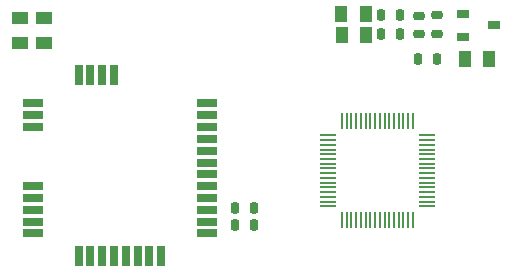
<source format=gtp>
G04*
G04 #@! TF.GenerationSoftware,Altium Limited,Altium Designer,20.1.11 (218)*
G04*
G04 Layer_Color=8421504*
%FSTAX24Y24*%
%MOIN*%
G70*
G04*
G04 #@! TF.SameCoordinates,E2051E8E-EE30-42B2-978D-12B425F2BF15*
G04*
G04*
G04 #@! TF.FilePolarity,Positive*
G04*
G01*
G75*
%ADD20O,0.0098X0.0551*%
%ADD21O,0.0551X0.0098*%
%ADD22R,0.0400X0.0300*%
G04:AMPARAMS|DCode=23|XSize=37mil|YSize=29mil|CornerRadius=7.3mil|HoleSize=0mil|Usage=FLASHONLY|Rotation=0.000|XOffset=0mil|YOffset=0mil|HoleType=Round|Shape=RoundedRectangle|*
%AMROUNDEDRECTD23*
21,1,0.0370,0.0145,0,0,0.0*
21,1,0.0225,0.0290,0,0,0.0*
1,1,0.0145,0.0113,-0.0073*
1,1,0.0145,-0.0113,-0.0073*
1,1,0.0145,-0.0113,0.0073*
1,1,0.0145,0.0113,0.0073*
%
%ADD23ROUNDEDRECTD23*%
G04:AMPARAMS|DCode=24|XSize=37mil|YSize=29mil|CornerRadius=7.3mil|HoleSize=0mil|Usage=FLASHONLY|Rotation=270.000|XOffset=0mil|YOffset=0mil|HoleType=Round|Shape=RoundedRectangle|*
%AMROUNDEDRECTD24*
21,1,0.0370,0.0145,0,0,270.0*
21,1,0.0225,0.0290,0,0,270.0*
1,1,0.0145,-0.0073,-0.0113*
1,1,0.0145,-0.0073,0.0113*
1,1,0.0145,0.0073,0.0113*
1,1,0.0145,0.0073,-0.0113*
%
%ADD24ROUNDEDRECTD24*%
%ADD25R,0.0709X0.0276*%
%ADD26R,0.0276X0.0709*%
%ADD27R,0.0394X0.0550*%
%ADD28R,0.0550X0.0394*%
D20*
X060423Y028917D02*
D03*
X060581D02*
D03*
X060738D02*
D03*
X060896D02*
D03*
X061053D02*
D03*
X061211D02*
D03*
X061368D02*
D03*
X061526D02*
D03*
X061683D02*
D03*
X061841D02*
D03*
X061998D02*
D03*
X062156D02*
D03*
X062313D02*
D03*
X06247D02*
D03*
X062628D02*
D03*
X062785D02*
D03*
Y032224D02*
D03*
X062628D02*
D03*
X06247D02*
D03*
X062313D02*
D03*
X062156D02*
D03*
X061998D02*
D03*
X061841D02*
D03*
X061683D02*
D03*
X061526D02*
D03*
X061368D02*
D03*
X061211D02*
D03*
X061053D02*
D03*
X060896D02*
D03*
X060738D02*
D03*
X060581D02*
D03*
X060423D02*
D03*
D21*
X063258Y02939D02*
D03*
Y029547D02*
D03*
Y029705D02*
D03*
Y029862D02*
D03*
Y03002D02*
D03*
Y030177D02*
D03*
Y030335D02*
D03*
Y030492D02*
D03*
Y03065D02*
D03*
Y030807D02*
D03*
Y030965D02*
D03*
Y031122D02*
D03*
Y03128D02*
D03*
Y031437D02*
D03*
Y031594D02*
D03*
Y031752D02*
D03*
X059951D02*
D03*
Y031594D02*
D03*
Y031437D02*
D03*
Y03128D02*
D03*
Y031122D02*
D03*
Y030965D02*
D03*
Y030807D02*
D03*
Y03065D02*
D03*
Y030492D02*
D03*
Y030335D02*
D03*
Y030177D02*
D03*
Y03002D02*
D03*
Y029862D02*
D03*
Y029705D02*
D03*
Y029547D02*
D03*
Y02939D02*
D03*
D22*
X064441Y035045D02*
D03*
X065481Y035431D02*
D03*
X064441Y035803D02*
D03*
D23*
X063602Y035133D02*
D03*
Y035753D02*
D03*
X062982Y035743D02*
D03*
Y035123D02*
D03*
D24*
X062958Y034291D02*
D03*
X062347Y035128D02*
D03*
X061727D02*
D03*
X062347Y035768D02*
D03*
X061727D02*
D03*
X063578Y034291D02*
D03*
X056865Y02875D02*
D03*
X057485D02*
D03*
X056865Y029341D02*
D03*
X057485D02*
D03*
D25*
X055935Y030059D02*
D03*
Y030453D02*
D03*
Y029665D02*
D03*
Y028878D02*
D03*
Y029272D02*
D03*
Y030846D02*
D03*
Y032421D02*
D03*
Y032815D02*
D03*
Y032028D02*
D03*
Y03124D02*
D03*
Y031634D02*
D03*
Y028484D02*
D03*
X050108D02*
D03*
Y028878D02*
D03*
Y029665D02*
D03*
Y029272D02*
D03*
Y030059D02*
D03*
Y032421D02*
D03*
Y032028D02*
D03*
Y032815D02*
D03*
D26*
X053218Y027736D02*
D03*
X053612D02*
D03*
X052825D02*
D03*
X052037D02*
D03*
X052431D02*
D03*
X054006D02*
D03*
X0544D02*
D03*
X051644D02*
D03*
X052037Y03376D02*
D03*
X051644D02*
D03*
X052431D02*
D03*
X052825D02*
D03*
D27*
X064508Y034311D02*
D03*
X065335D02*
D03*
X06122Y035787D02*
D03*
X060394D02*
D03*
X06124Y035108D02*
D03*
X060413D02*
D03*
D28*
X050492Y03565D02*
D03*
Y034823D02*
D03*
X049705Y03565D02*
D03*
Y034823D02*
D03*
M02*

</source>
